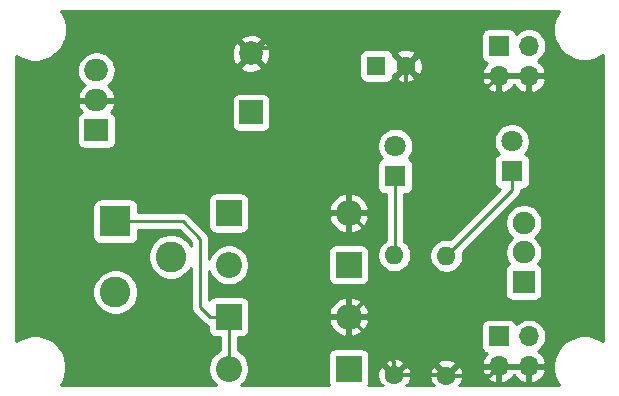
<source format=gbr>
%TF.GenerationSoftware,KiCad,Pcbnew,(5.1.6)-1*%
%TF.CreationDate,2021-10-30T11:54:59+03:00*%
%TF.ProjectId,POWER_SUPPLY,504f5745-525f-4535-9550-504c592e6b69,rev?*%
%TF.SameCoordinates,Original*%
%TF.FileFunction,Copper,L2,Bot*%
%TF.FilePolarity,Positive*%
%FSLAX46Y46*%
G04 Gerber Fmt 4.6, Leading zero omitted, Abs format (unit mm)*
G04 Created by KiCad (PCBNEW (5.1.6)-1) date 2021-10-30 11:54:59*
%MOMM*%
%LPD*%
G01*
G04 APERTURE LIST*
%TA.AperFunction,ComponentPad*%
%ADD10O,2.000000X1.905000*%
%TD*%
%TA.AperFunction,ComponentPad*%
%ADD11R,2.000000X1.905000*%
%TD*%
%TA.AperFunction,ComponentPad*%
%ADD12C,1.900000*%
%TD*%
%TA.AperFunction,ComponentPad*%
%ADD13R,1.900000X1.900000*%
%TD*%
%TA.AperFunction,ComponentPad*%
%ADD14O,1.600000X1.600000*%
%TD*%
%TA.AperFunction,ComponentPad*%
%ADD15C,1.600000*%
%TD*%
%TA.AperFunction,ComponentPad*%
%ADD16O,1.700000X1.700000*%
%TD*%
%TA.AperFunction,ComponentPad*%
%ADD17R,1.700000X1.700000*%
%TD*%
%TA.AperFunction,ComponentPad*%
%ADD18C,2.600000*%
%TD*%
%TA.AperFunction,ComponentPad*%
%ADD19R,2.600000X2.600000*%
%TD*%
%TA.AperFunction,ComponentPad*%
%ADD20C,1.800000*%
%TD*%
%TA.AperFunction,ComponentPad*%
%ADD21R,1.800000X1.800000*%
%TD*%
%TA.AperFunction,ComponentPad*%
%ADD22O,2.200000X2.200000*%
%TD*%
%TA.AperFunction,ComponentPad*%
%ADD23R,2.200000X2.200000*%
%TD*%
%TA.AperFunction,ComponentPad*%
%ADD24R,1.600000X1.600000*%
%TD*%
%TA.AperFunction,ComponentPad*%
%ADD25C,2.000000*%
%TD*%
%TA.AperFunction,ComponentPad*%
%ADD26R,2.000000X2.000000*%
%TD*%
%TA.AperFunction,Conductor*%
%ADD27C,0.300000*%
%TD*%
%TA.AperFunction,Conductor*%
%ADD28C,0.250000*%
%TD*%
%TA.AperFunction,Conductor*%
%ADD29C,0.254000*%
%TD*%
G04 APERTURE END LIST*
D10*
%TO.P,U1,3*%
%TO.N,/Vout_1*%
X63449200Y-91681300D03*
%TO.P,U1,2*%
%TO.N,GND*%
X63449200Y-94221300D03*
D11*
%TO.P,U1,1*%
%TO.N,/Vin*%
X63449200Y-96761300D03*
%TD*%
D12*
%TO.P,SW1,3*%
%TO.N,Net-(SW1-Pad3)*%
X99621100Y-104611100D03*
%TO.P,SW1,2*%
%TO.N,/Vout_1*%
X99621100Y-107111100D03*
D13*
%TO.P,SW1,1*%
%TO.N,/Vout_2*%
X99621100Y-109611100D03*
%TD*%
D14*
%TO.P,R2,2*%
%TO.N,Net-(D5-Pad1)*%
X93078300Y-107378500D03*
D15*
%TO.P,R2,1*%
%TO.N,GND*%
X93078300Y-117538500D03*
%TD*%
D14*
%TO.P,R1,2*%
%TO.N,Net-(D6-Pad1)*%
X88671400Y-107353100D03*
D15*
%TO.P,R1,1*%
%TO.N,GND*%
X88671400Y-117513100D03*
%TD*%
D16*
%TO.P,J3,4*%
%TO.N,GND*%
X100061100Y-116751100D03*
%TO.P,J3,3*%
X97521100Y-116751100D03*
%TO.P,J3,2*%
%TO.N,/Vout_2*%
X100061100Y-114211100D03*
D17*
%TO.P,J3,1*%
X97521100Y-114211100D03*
%TD*%
D16*
%TO.P,J2,4*%
%TO.N,GND*%
X100061100Y-92151200D03*
%TO.P,J2,3*%
X97521100Y-92151200D03*
%TO.P,J2,2*%
%TO.N,/Vout_2*%
X100061100Y-89611200D03*
D17*
%TO.P,J2,1*%
X97521100Y-89611200D03*
%TD*%
D18*
%TO.P,J1,3*%
%TO.N,Net-(J1-Pad3)*%
X69749200Y-107470200D03*
%TO.P,J1,2*%
%TO.N,Net-(D3-Pad2)*%
X65049200Y-110470200D03*
D19*
%TO.P,J1,1*%
%TO.N,Net-(D1-Pad2)*%
X65049200Y-104470200D03*
%TD*%
D20*
%TO.P,D6,2*%
%TO.N,/Vout_1*%
X88747600Y-98092100D03*
D21*
%TO.P,D6,1*%
%TO.N,Net-(D6-Pad1)*%
X88747600Y-100632100D03*
%TD*%
D20*
%TO.P,D5,2*%
%TO.N,/Vout_2*%
X98621100Y-97711100D03*
D21*
%TO.P,D5,1*%
%TO.N,Net-(D5-Pad1)*%
X98621100Y-100251100D03*
%TD*%
D22*
%TO.P,D4,2*%
%TO.N,GND*%
X84797900Y-103771700D03*
D23*
%TO.P,D4,1*%
%TO.N,Net-(D3-Pad2)*%
X74637900Y-103771700D03*
%TD*%
D22*
%TO.P,D3,2*%
%TO.N,Net-(D3-Pad2)*%
X74637900Y-108160933D03*
D23*
%TO.P,D3,1*%
%TO.N,/Vin*%
X84797900Y-108160933D03*
%TD*%
D22*
%TO.P,D2,2*%
%TO.N,GND*%
X84797900Y-112550166D03*
D23*
%TO.P,D2,1*%
%TO.N,Net-(D1-Pad2)*%
X74637900Y-112550166D03*
%TD*%
D22*
%TO.P,D1,2*%
%TO.N,Net-(D1-Pad2)*%
X74637900Y-116939400D03*
D23*
%TO.P,D1,1*%
%TO.N,/Vin*%
X84797900Y-116939400D03*
%TD*%
D15*
%TO.P,C2,2*%
%TO.N,GND*%
X89647400Y-91313000D03*
D24*
%TO.P,C2,1*%
%TO.N,/Vout_1*%
X87147400Y-91313000D03*
%TD*%
D25*
%TO.P,C1,2*%
%TO.N,GND*%
X76530200Y-90262700D03*
D26*
%TO.P,C1,1*%
%TO.N,/Vin*%
X76530200Y-95262700D03*
%TD*%
D27*
%TO.N,GND*%
X72571600Y-94221300D02*
X76530200Y-90262700D01*
X63449200Y-94221300D02*
X72571600Y-94221300D01*
X76530200Y-90262700D02*
X77016600Y-89776300D01*
X88110700Y-89776300D02*
X89647400Y-91313000D01*
X77016600Y-89776300D02*
X88110700Y-89776300D01*
X89647400Y-91313000D02*
X91349200Y-93014800D01*
X96657500Y-93014800D02*
X97521100Y-92151200D01*
X91349200Y-93014800D02*
X96657500Y-93014800D01*
X97521100Y-92151200D02*
X100061100Y-92151200D01*
X89647400Y-91313000D02*
X89647400Y-92750000D01*
X84797900Y-97599500D02*
X84797900Y-103771700D01*
X89647400Y-92750000D02*
X84797900Y-97599500D01*
X84797900Y-103771700D02*
X86855300Y-105829100D01*
X86855300Y-110492766D02*
X84797900Y-112550166D01*
X86855300Y-105829100D02*
X86855300Y-110492766D01*
X88671400Y-116423666D02*
X88671400Y-117513100D01*
X84797900Y-112550166D02*
X88671400Y-116423666D01*
X93052900Y-117513100D02*
X93078300Y-117538500D01*
X88671400Y-117513100D02*
X93052900Y-117513100D01*
X96733700Y-117538500D02*
X97521100Y-116751100D01*
X93078300Y-117538500D02*
X96733700Y-117538500D01*
X97521100Y-116751100D02*
X100061100Y-116751100D01*
D28*
%TO.N,Net-(D1-Pad2)*%
X65049200Y-104470200D02*
X70739000Y-104470200D01*
X70739000Y-104470200D02*
X72212200Y-105943400D01*
X72212200Y-105943400D02*
X72212200Y-111734600D01*
X73027766Y-112550166D02*
X74637900Y-112550166D01*
X72212200Y-111734600D02*
X73027766Y-112550166D01*
X74637900Y-112550166D02*
X74637900Y-116939400D01*
%TO.N,Net-(D5-Pad1)*%
X98621100Y-101835700D02*
X93078300Y-107378500D01*
X98621100Y-100251100D02*
X98621100Y-101835700D01*
%TO.N,Net-(D6-Pad1)*%
X88747600Y-107276900D02*
X88671400Y-107353100D01*
X88747600Y-100632100D02*
X88747600Y-107276900D01*
%TD*%
D29*
%TO.N,GND*%
G36*
X102406451Y-86966657D02*
G01*
X102205400Y-87452037D01*
X102102905Y-87967314D01*
X102102905Y-88492686D01*
X102205400Y-89007963D01*
X102406451Y-89493343D01*
X102698332Y-89930174D01*
X103069826Y-90301668D01*
X103506657Y-90593549D01*
X103992037Y-90794600D01*
X104507314Y-90897095D01*
X105032686Y-90897095D01*
X105547963Y-90794600D01*
X106033343Y-90593549D01*
X106337839Y-90390091D01*
X106339809Y-114641225D01*
X106033343Y-114436451D01*
X105547963Y-114235400D01*
X105032686Y-114132905D01*
X104507314Y-114132905D01*
X103992037Y-114235400D01*
X103506657Y-114436451D01*
X103069826Y-114728332D01*
X102698332Y-115099826D01*
X102406451Y-115536657D01*
X102205400Y-116022037D01*
X102102905Y-116537314D01*
X102102905Y-117062686D01*
X102205400Y-117577963D01*
X102406451Y-118063343D01*
X102590697Y-118339086D01*
X94113049Y-118339260D01*
X94314971Y-118280014D01*
X94435871Y-118024504D01*
X94504600Y-117750316D01*
X94518517Y-117467988D01*
X94477087Y-117188370D01*
X94448342Y-117107990D01*
X96079624Y-117107990D01*
X96124275Y-117255199D01*
X96249459Y-117518020D01*
X96423512Y-117751369D01*
X96639745Y-117946278D01*
X96889848Y-118095257D01*
X97164209Y-118192581D01*
X97394100Y-118071914D01*
X97394100Y-116878100D01*
X97648100Y-116878100D01*
X97648100Y-118071914D01*
X97877991Y-118192581D01*
X98152352Y-118095257D01*
X98402455Y-117946278D01*
X98618688Y-117751369D01*
X98791100Y-117520220D01*
X98963512Y-117751369D01*
X99179745Y-117946278D01*
X99429848Y-118095257D01*
X99704209Y-118192581D01*
X99934100Y-118071914D01*
X99934100Y-116878100D01*
X100188100Y-116878100D01*
X100188100Y-118071914D01*
X100417991Y-118192581D01*
X100692352Y-118095257D01*
X100942455Y-117946278D01*
X101158688Y-117751369D01*
X101332741Y-117518020D01*
X101457925Y-117255199D01*
X101502576Y-117107990D01*
X101381255Y-116878100D01*
X100188100Y-116878100D01*
X99934100Y-116878100D01*
X97648100Y-116878100D01*
X97394100Y-116878100D01*
X96200945Y-116878100D01*
X96079624Y-117107990D01*
X94448342Y-117107990D01*
X94381903Y-116922208D01*
X94314971Y-116796986D01*
X94071002Y-116725403D01*
X93257905Y-117538500D01*
X93272048Y-117552643D01*
X93092443Y-117732248D01*
X93078300Y-117718105D01*
X93064158Y-117732248D01*
X92884553Y-117552643D01*
X92898695Y-117538500D01*
X92085598Y-116725403D01*
X91841629Y-116796986D01*
X91720729Y-117052496D01*
X91652000Y-117326684D01*
X91638083Y-117609012D01*
X91679513Y-117888630D01*
X91774697Y-118154792D01*
X91841629Y-118280014D01*
X92043696Y-118339303D01*
X89677258Y-118339351D01*
X89664104Y-118326197D01*
X89908071Y-118254614D01*
X90028971Y-117999104D01*
X90097700Y-117724916D01*
X90111617Y-117442588D01*
X90070187Y-117162970D01*
X89975003Y-116896808D01*
X89908071Y-116771586D01*
X89664102Y-116700003D01*
X88851005Y-117513100D01*
X88865148Y-117527243D01*
X88685543Y-117706848D01*
X88671400Y-117692705D01*
X88657258Y-117706848D01*
X88477653Y-117527243D01*
X88491795Y-117513100D01*
X87678698Y-116700003D01*
X87434729Y-116771586D01*
X87313829Y-117027096D01*
X87245100Y-117301284D01*
X87231183Y-117583612D01*
X87272613Y-117863230D01*
X87367797Y-118129392D01*
X87434729Y-118254614D01*
X87678696Y-118326197D01*
X87665501Y-118339392D01*
X86457556Y-118339417D01*
X86487402Y-118283580D01*
X86523712Y-118163882D01*
X86535972Y-118039400D01*
X86535972Y-116520398D01*
X87858303Y-116520398D01*
X88671400Y-117333495D01*
X89459097Y-116545798D01*
X92265203Y-116545798D01*
X93078300Y-117358895D01*
X93891397Y-116545798D01*
X93819814Y-116301829D01*
X93564304Y-116180929D01*
X93290116Y-116112200D01*
X93007788Y-116098283D01*
X92728170Y-116139713D01*
X92462008Y-116234897D01*
X92336786Y-116301829D01*
X92265203Y-116545798D01*
X89459097Y-116545798D01*
X89484497Y-116520398D01*
X89412914Y-116276429D01*
X89157404Y-116155529D01*
X88883216Y-116086800D01*
X88600888Y-116072883D01*
X88321270Y-116114313D01*
X88055108Y-116209497D01*
X87929886Y-116276429D01*
X87858303Y-116520398D01*
X86535972Y-116520398D01*
X86535972Y-115839400D01*
X86523712Y-115714918D01*
X86487402Y-115595220D01*
X86428437Y-115484906D01*
X86349085Y-115388215D01*
X86252394Y-115308863D01*
X86142080Y-115249898D01*
X86022382Y-115213588D01*
X85897900Y-115201328D01*
X83697900Y-115201328D01*
X83573418Y-115213588D01*
X83453720Y-115249898D01*
X83343406Y-115308863D01*
X83246715Y-115388215D01*
X83167363Y-115484906D01*
X83108398Y-115595220D01*
X83072088Y-115714918D01*
X83059828Y-115839400D01*
X83059828Y-118039400D01*
X83072088Y-118163882D01*
X83108398Y-118283580D01*
X83138280Y-118339485D01*
X75665213Y-118339638D01*
X75743898Y-118287063D01*
X75985563Y-118045398D01*
X76175437Y-117761231D01*
X76306225Y-117445481D01*
X76372900Y-117110283D01*
X76372900Y-116768517D01*
X76306225Y-116433319D01*
X76175437Y-116117569D01*
X75985563Y-115833402D01*
X75743898Y-115591737D01*
X75459731Y-115401863D01*
X75397900Y-115376252D01*
X75397900Y-114288238D01*
X75737900Y-114288238D01*
X75862382Y-114275978D01*
X75982080Y-114239668D01*
X76092394Y-114180703D01*
X76189085Y-114101351D01*
X76268437Y-114004660D01*
X76327402Y-113894346D01*
X76363712Y-113774648D01*
X76375972Y-113650166D01*
X76375972Y-112946288D01*
X83108725Y-112946288D01*
X83173325Y-113159260D01*
X83323369Y-113464495D01*
X83530078Y-113734593D01*
X83785509Y-113959174D01*
X84079846Y-114129608D01*
X84401777Y-114239345D01*
X84670900Y-114121766D01*
X84670900Y-112677166D01*
X84924900Y-112677166D01*
X84924900Y-114121766D01*
X85194023Y-114239345D01*
X85515954Y-114129608D01*
X85810291Y-113959174D01*
X86065722Y-113734593D01*
X86272431Y-113464495D01*
X86323256Y-113361100D01*
X96033028Y-113361100D01*
X96033028Y-115061100D01*
X96045288Y-115185582D01*
X96081598Y-115305280D01*
X96140563Y-115415594D01*
X96219915Y-115512285D01*
X96316606Y-115591637D01*
X96426920Y-115650602D01*
X96507566Y-115675066D01*
X96423512Y-115750831D01*
X96249459Y-115984180D01*
X96124275Y-116247001D01*
X96079624Y-116394210D01*
X96200945Y-116624100D01*
X97394100Y-116624100D01*
X97394100Y-116604100D01*
X97648100Y-116604100D01*
X97648100Y-116624100D01*
X99934100Y-116624100D01*
X99934100Y-116604100D01*
X100188100Y-116604100D01*
X100188100Y-116624100D01*
X101381255Y-116624100D01*
X101502576Y-116394210D01*
X101457925Y-116247001D01*
X101332741Y-115984180D01*
X101158688Y-115750831D01*
X100942455Y-115555922D01*
X100825566Y-115486295D01*
X101007732Y-115364575D01*
X101214575Y-115157732D01*
X101377090Y-114914511D01*
X101489032Y-114644258D01*
X101546100Y-114357360D01*
X101546100Y-114064840D01*
X101489032Y-113777942D01*
X101377090Y-113507689D01*
X101214575Y-113264468D01*
X101007732Y-113057625D01*
X100764511Y-112895110D01*
X100494258Y-112783168D01*
X100207360Y-112726100D01*
X99914840Y-112726100D01*
X99627942Y-112783168D01*
X99357689Y-112895110D01*
X99114468Y-113057625D01*
X98982613Y-113189480D01*
X98960602Y-113116920D01*
X98901637Y-113006606D01*
X98822285Y-112909915D01*
X98725594Y-112830563D01*
X98615280Y-112771598D01*
X98495582Y-112735288D01*
X98371100Y-112723028D01*
X96671100Y-112723028D01*
X96546618Y-112735288D01*
X96426920Y-112771598D01*
X96316606Y-112830563D01*
X96219915Y-112909915D01*
X96140563Y-113006606D01*
X96081598Y-113116920D01*
X96045288Y-113236618D01*
X96033028Y-113361100D01*
X86323256Y-113361100D01*
X86422475Y-113159260D01*
X86487075Y-112946288D01*
X86369025Y-112677166D01*
X84924900Y-112677166D01*
X84670900Y-112677166D01*
X83226775Y-112677166D01*
X83108725Y-112946288D01*
X76375972Y-112946288D01*
X76375972Y-112154044D01*
X83108725Y-112154044D01*
X83226775Y-112423166D01*
X84670900Y-112423166D01*
X84670900Y-110978566D01*
X84924900Y-110978566D01*
X84924900Y-112423166D01*
X86369025Y-112423166D01*
X86487075Y-112154044D01*
X86422475Y-111941072D01*
X86272431Y-111635837D01*
X86065722Y-111365739D01*
X85810291Y-111141158D01*
X85515954Y-110970724D01*
X85194023Y-110860987D01*
X84924900Y-110978566D01*
X84670900Y-110978566D01*
X84401777Y-110860987D01*
X84079846Y-110970724D01*
X83785509Y-111141158D01*
X83530078Y-111365739D01*
X83323369Y-111635837D01*
X83173325Y-111941072D01*
X83108725Y-112154044D01*
X76375972Y-112154044D01*
X76375972Y-111450166D01*
X76363712Y-111325684D01*
X76327402Y-111205986D01*
X76268437Y-111095672D01*
X76189085Y-110998981D01*
X76092394Y-110919629D01*
X75982080Y-110860664D01*
X75862382Y-110824354D01*
X75737900Y-110812094D01*
X73537900Y-110812094D01*
X73413418Y-110824354D01*
X73293720Y-110860664D01*
X73183406Y-110919629D01*
X73086715Y-110998981D01*
X73007363Y-111095672D01*
X72972200Y-111161456D01*
X72972200Y-108673351D01*
X73100363Y-108982764D01*
X73290237Y-109266931D01*
X73531902Y-109508596D01*
X73816069Y-109698470D01*
X74131819Y-109829258D01*
X74467017Y-109895933D01*
X74808783Y-109895933D01*
X75143981Y-109829258D01*
X75459731Y-109698470D01*
X75743898Y-109508596D01*
X75985563Y-109266931D01*
X76175437Y-108982764D01*
X76306225Y-108667014D01*
X76372900Y-108331816D01*
X76372900Y-107990050D01*
X76306225Y-107654852D01*
X76175437Y-107339102D01*
X75989571Y-107060933D01*
X83059828Y-107060933D01*
X83059828Y-109260933D01*
X83072088Y-109385415D01*
X83108398Y-109505113D01*
X83167363Y-109615427D01*
X83246715Y-109712118D01*
X83343406Y-109791470D01*
X83453720Y-109850435D01*
X83573418Y-109886745D01*
X83697900Y-109899005D01*
X85897900Y-109899005D01*
X86022382Y-109886745D01*
X86142080Y-109850435D01*
X86252394Y-109791470D01*
X86349085Y-109712118D01*
X86428437Y-109615427D01*
X86487402Y-109505113D01*
X86523712Y-109385415D01*
X86535972Y-109260933D01*
X86535972Y-107060933D01*
X86523712Y-106936451D01*
X86487402Y-106816753D01*
X86428437Y-106706439D01*
X86349085Y-106609748D01*
X86252394Y-106530396D01*
X86142080Y-106471431D01*
X86022382Y-106435121D01*
X85897900Y-106422861D01*
X83697900Y-106422861D01*
X83573418Y-106435121D01*
X83453720Y-106471431D01*
X83343406Y-106530396D01*
X83246715Y-106609748D01*
X83167363Y-106706439D01*
X83108398Y-106816753D01*
X83072088Y-106936451D01*
X83059828Y-107060933D01*
X75989571Y-107060933D01*
X75985563Y-107054935D01*
X75743898Y-106813270D01*
X75459731Y-106623396D01*
X75143981Y-106492608D01*
X74808783Y-106425933D01*
X74467017Y-106425933D01*
X74131819Y-106492608D01*
X73816069Y-106623396D01*
X73531902Y-106813270D01*
X73290237Y-107054935D01*
X73100363Y-107339102D01*
X72972200Y-107648515D01*
X72972200Y-105980722D01*
X72975876Y-105943399D01*
X72972200Y-105906076D01*
X72972200Y-105906067D01*
X72961203Y-105794414D01*
X72917746Y-105651153D01*
X72847174Y-105519124D01*
X72834011Y-105503085D01*
X72775999Y-105432396D01*
X72775995Y-105432392D01*
X72752201Y-105403399D01*
X72723209Y-105379606D01*
X71302803Y-103959202D01*
X71279001Y-103930199D01*
X71163276Y-103835226D01*
X71031247Y-103764654D01*
X70887986Y-103721197D01*
X70776333Y-103710200D01*
X70776322Y-103710200D01*
X70739000Y-103706524D01*
X70701678Y-103710200D01*
X66987272Y-103710200D01*
X66987272Y-103170200D01*
X66975012Y-103045718D01*
X66938702Y-102926020D01*
X66879737Y-102815706D01*
X66800385Y-102719015D01*
X66742732Y-102671700D01*
X72899828Y-102671700D01*
X72899828Y-104871700D01*
X72912088Y-104996182D01*
X72948398Y-105115880D01*
X73007363Y-105226194D01*
X73086715Y-105322885D01*
X73183406Y-105402237D01*
X73293720Y-105461202D01*
X73413418Y-105497512D01*
X73537900Y-105509772D01*
X75737900Y-105509772D01*
X75862382Y-105497512D01*
X75982080Y-105461202D01*
X76092394Y-105402237D01*
X76189085Y-105322885D01*
X76268437Y-105226194D01*
X76327402Y-105115880D01*
X76363712Y-104996182D01*
X76375972Y-104871700D01*
X76375972Y-104167822D01*
X83108725Y-104167822D01*
X83173325Y-104380794D01*
X83323369Y-104686029D01*
X83530078Y-104956127D01*
X83785509Y-105180708D01*
X84079846Y-105351142D01*
X84401777Y-105460879D01*
X84670900Y-105343300D01*
X84670900Y-103898700D01*
X84924900Y-103898700D01*
X84924900Y-105343300D01*
X85194023Y-105460879D01*
X85515954Y-105351142D01*
X85810291Y-105180708D01*
X86065722Y-104956127D01*
X86272431Y-104686029D01*
X86422475Y-104380794D01*
X86487075Y-104167822D01*
X86369025Y-103898700D01*
X84924900Y-103898700D01*
X84670900Y-103898700D01*
X83226775Y-103898700D01*
X83108725Y-104167822D01*
X76375972Y-104167822D01*
X76375972Y-103375578D01*
X83108725Y-103375578D01*
X83226775Y-103644700D01*
X84670900Y-103644700D01*
X84670900Y-102200100D01*
X84924900Y-102200100D01*
X84924900Y-103644700D01*
X86369025Y-103644700D01*
X86487075Y-103375578D01*
X86422475Y-103162606D01*
X86272431Y-102857371D01*
X86065722Y-102587273D01*
X85810291Y-102362692D01*
X85515954Y-102192258D01*
X85194023Y-102082521D01*
X84924900Y-102200100D01*
X84670900Y-102200100D01*
X84401777Y-102082521D01*
X84079846Y-102192258D01*
X83785509Y-102362692D01*
X83530078Y-102587273D01*
X83323369Y-102857371D01*
X83173325Y-103162606D01*
X83108725Y-103375578D01*
X76375972Y-103375578D01*
X76375972Y-102671700D01*
X76363712Y-102547218D01*
X76327402Y-102427520D01*
X76268437Y-102317206D01*
X76189085Y-102220515D01*
X76092394Y-102141163D01*
X75982080Y-102082198D01*
X75862382Y-102045888D01*
X75737900Y-102033628D01*
X73537900Y-102033628D01*
X73413418Y-102045888D01*
X73293720Y-102082198D01*
X73183406Y-102141163D01*
X73086715Y-102220515D01*
X73007363Y-102317206D01*
X72948398Y-102427520D01*
X72912088Y-102547218D01*
X72899828Y-102671700D01*
X66742732Y-102671700D01*
X66703694Y-102639663D01*
X66593380Y-102580698D01*
X66473682Y-102544388D01*
X66349200Y-102532128D01*
X63749200Y-102532128D01*
X63624718Y-102544388D01*
X63505020Y-102580698D01*
X63394706Y-102639663D01*
X63298015Y-102719015D01*
X63218663Y-102815706D01*
X63159698Y-102926020D01*
X63123388Y-103045718D01*
X63111128Y-103170200D01*
X63111128Y-105770200D01*
X63123388Y-105894682D01*
X63159698Y-106014380D01*
X63218663Y-106124694D01*
X63298015Y-106221385D01*
X63394706Y-106300737D01*
X63505020Y-106359702D01*
X63624718Y-106396012D01*
X63749200Y-106408272D01*
X66349200Y-106408272D01*
X66473682Y-106396012D01*
X66593380Y-106359702D01*
X66703694Y-106300737D01*
X66800385Y-106221385D01*
X66879737Y-106124694D01*
X66938702Y-106014380D01*
X66975012Y-105894682D01*
X66987272Y-105770200D01*
X66987272Y-105230200D01*
X70424199Y-105230200D01*
X71452200Y-106258203D01*
X71452200Y-106536012D01*
X71252213Y-106236709D01*
X70982691Y-105967187D01*
X70665766Y-105755425D01*
X70313619Y-105609561D01*
X69939781Y-105535200D01*
X69558619Y-105535200D01*
X69184781Y-105609561D01*
X68832634Y-105755425D01*
X68515709Y-105967187D01*
X68246187Y-106236709D01*
X68034425Y-106553634D01*
X67888561Y-106905781D01*
X67814200Y-107279619D01*
X67814200Y-107660781D01*
X67888561Y-108034619D01*
X68034425Y-108386766D01*
X68246187Y-108703691D01*
X68515709Y-108973213D01*
X68832634Y-109184975D01*
X69184781Y-109330839D01*
X69558619Y-109405200D01*
X69939781Y-109405200D01*
X70313619Y-109330839D01*
X70665766Y-109184975D01*
X70982691Y-108973213D01*
X71252213Y-108703691D01*
X71452200Y-108404388D01*
X71452201Y-111697268D01*
X71448524Y-111734600D01*
X71463198Y-111883585D01*
X71506654Y-112026846D01*
X71577226Y-112158876D01*
X71648401Y-112245602D01*
X71672200Y-112274601D01*
X71701197Y-112298399D01*
X72463971Y-113061174D01*
X72487765Y-113090167D01*
X72516758Y-113113961D01*
X72516762Y-113113965D01*
X72571955Y-113159260D01*
X72603490Y-113185140D01*
X72735519Y-113255712D01*
X72878780Y-113299169D01*
X72899828Y-113301242D01*
X72899828Y-113650166D01*
X72912088Y-113774648D01*
X72948398Y-113894346D01*
X73007363Y-114004660D01*
X73086715Y-114101351D01*
X73183406Y-114180703D01*
X73293720Y-114239668D01*
X73413418Y-114275978D01*
X73537900Y-114288238D01*
X73877900Y-114288238D01*
X73877901Y-115376251D01*
X73816069Y-115401863D01*
X73531902Y-115591737D01*
X73290237Y-115833402D01*
X73100363Y-116117569D01*
X72969575Y-116433319D01*
X72902900Y-116768517D01*
X72902900Y-117110283D01*
X72969575Y-117445481D01*
X73100363Y-117761231D01*
X73290237Y-118045398D01*
X73531902Y-118287063D01*
X73610650Y-118339680D01*
X60418726Y-118339951D01*
X60603549Y-118063343D01*
X60804600Y-117577963D01*
X60907095Y-117062686D01*
X60907095Y-116537314D01*
X60804600Y-116022037D01*
X60603549Y-115536657D01*
X60311668Y-115099826D01*
X59940174Y-114728332D01*
X59503343Y-114436451D01*
X59017963Y-114235400D01*
X58502686Y-114132905D01*
X57977314Y-114132905D01*
X57462037Y-114235400D01*
X56976657Y-114436451D01*
X56660000Y-114648034D01*
X56660000Y-110279619D01*
X63114200Y-110279619D01*
X63114200Y-110660781D01*
X63188561Y-111034619D01*
X63334425Y-111386766D01*
X63546187Y-111703691D01*
X63815709Y-111973213D01*
X64132634Y-112184975D01*
X64484781Y-112330839D01*
X64858619Y-112405200D01*
X65239781Y-112405200D01*
X65613619Y-112330839D01*
X65965766Y-112184975D01*
X66282691Y-111973213D01*
X66552213Y-111703691D01*
X66763975Y-111386766D01*
X66909839Y-111034619D01*
X66984200Y-110660781D01*
X66984200Y-110279619D01*
X66909839Y-109905781D01*
X66763975Y-109553634D01*
X66552213Y-109236709D01*
X66282691Y-108967187D01*
X65965766Y-108755425D01*
X65613619Y-108609561D01*
X65239781Y-108535200D01*
X64858619Y-108535200D01*
X64484781Y-108609561D01*
X64132634Y-108755425D01*
X63815709Y-108967187D01*
X63546187Y-109236709D01*
X63334425Y-109553634D01*
X63188561Y-109905781D01*
X63114200Y-110279619D01*
X56660000Y-110279619D01*
X56660000Y-99732100D01*
X87209528Y-99732100D01*
X87209528Y-101532100D01*
X87221788Y-101656582D01*
X87258098Y-101776280D01*
X87317063Y-101886594D01*
X87396415Y-101983285D01*
X87493106Y-102062637D01*
X87603420Y-102121602D01*
X87723118Y-102157912D01*
X87847600Y-102170172D01*
X87987600Y-102170172D01*
X87987601Y-106084141D01*
X87756641Y-106238463D01*
X87556763Y-106438341D01*
X87399720Y-106673373D01*
X87291547Y-106934526D01*
X87236400Y-107211765D01*
X87236400Y-107494435D01*
X87291547Y-107771674D01*
X87399720Y-108032827D01*
X87556763Y-108267859D01*
X87756641Y-108467737D01*
X87991673Y-108624780D01*
X88252826Y-108732953D01*
X88530065Y-108788100D01*
X88812735Y-108788100D01*
X89089974Y-108732953D01*
X89351127Y-108624780D01*
X89586159Y-108467737D01*
X89786037Y-108267859D01*
X89943080Y-108032827D01*
X90051253Y-107771674D01*
X90106400Y-107494435D01*
X90106400Y-107237165D01*
X91643300Y-107237165D01*
X91643300Y-107519835D01*
X91698447Y-107797074D01*
X91806620Y-108058227D01*
X91963663Y-108293259D01*
X92163541Y-108493137D01*
X92398573Y-108650180D01*
X92659726Y-108758353D01*
X92936965Y-108813500D01*
X93219635Y-108813500D01*
X93496874Y-108758353D01*
X93731663Y-108661100D01*
X98033028Y-108661100D01*
X98033028Y-110561100D01*
X98045288Y-110685582D01*
X98081598Y-110805280D01*
X98140563Y-110915594D01*
X98219915Y-111012285D01*
X98316606Y-111091637D01*
X98426920Y-111150602D01*
X98546618Y-111186912D01*
X98671100Y-111199172D01*
X100571100Y-111199172D01*
X100695582Y-111186912D01*
X100815280Y-111150602D01*
X100925594Y-111091637D01*
X101022285Y-111012285D01*
X101101637Y-110915594D01*
X101160602Y-110805280D01*
X101196912Y-110685582D01*
X101209172Y-110561100D01*
X101209172Y-108661100D01*
X101196912Y-108536618D01*
X101160602Y-108416920D01*
X101101637Y-108306606D01*
X101022285Y-108209915D01*
X100925594Y-108130563D01*
X100867079Y-108099286D01*
X101025709Y-107861879D01*
X101145189Y-107573427D01*
X101206100Y-107267209D01*
X101206100Y-106954991D01*
X101145189Y-106648773D01*
X101025709Y-106360321D01*
X100852250Y-106100721D01*
X100631479Y-105879950D01*
X100603268Y-105861100D01*
X100631479Y-105842250D01*
X100852250Y-105621479D01*
X101025709Y-105361879D01*
X101145189Y-105073427D01*
X101206100Y-104767209D01*
X101206100Y-104454991D01*
X101145189Y-104148773D01*
X101025709Y-103860321D01*
X100852250Y-103600721D01*
X100631479Y-103379950D01*
X100371879Y-103206491D01*
X100083427Y-103087011D01*
X99777209Y-103026100D01*
X99464991Y-103026100D01*
X99158773Y-103087011D01*
X98870321Y-103206491D01*
X98610721Y-103379950D01*
X98389950Y-103600721D01*
X98216491Y-103860321D01*
X98097011Y-104148773D01*
X98036100Y-104454991D01*
X98036100Y-104767209D01*
X98097011Y-105073427D01*
X98216491Y-105361879D01*
X98389950Y-105621479D01*
X98610721Y-105842250D01*
X98638932Y-105861100D01*
X98610721Y-105879950D01*
X98389950Y-106100721D01*
X98216491Y-106360321D01*
X98097011Y-106648773D01*
X98036100Y-106954991D01*
X98036100Y-107267209D01*
X98097011Y-107573427D01*
X98216491Y-107861879D01*
X98375121Y-108099286D01*
X98316606Y-108130563D01*
X98219915Y-108209915D01*
X98140563Y-108306606D01*
X98081598Y-108416920D01*
X98045288Y-108536618D01*
X98033028Y-108661100D01*
X93731663Y-108661100D01*
X93758027Y-108650180D01*
X93993059Y-108493137D01*
X94192937Y-108293259D01*
X94349980Y-108058227D01*
X94458153Y-107797074D01*
X94513300Y-107519835D01*
X94513300Y-107237165D01*
X94476988Y-107054613D01*
X99132103Y-102399499D01*
X99161101Y-102375701D01*
X99209107Y-102317206D01*
X99256074Y-102259977D01*
X99326646Y-102127947D01*
X99328571Y-102121602D01*
X99370103Y-101984686D01*
X99381100Y-101873033D01*
X99381100Y-101873023D01*
X99384776Y-101835700D01*
X99381100Y-101798377D01*
X99381100Y-101789172D01*
X99521100Y-101789172D01*
X99645582Y-101776912D01*
X99765280Y-101740602D01*
X99875594Y-101681637D01*
X99972285Y-101602285D01*
X100051637Y-101505594D01*
X100110602Y-101395280D01*
X100146912Y-101275582D01*
X100159172Y-101151100D01*
X100159172Y-99351100D01*
X100146912Y-99226618D01*
X100110602Y-99106920D01*
X100051637Y-98996606D01*
X99972285Y-98899915D01*
X99875594Y-98820563D01*
X99765280Y-98761598D01*
X99746973Y-98756044D01*
X99813412Y-98689605D01*
X99981399Y-98438195D01*
X100097111Y-98158843D01*
X100156100Y-97862284D01*
X100156100Y-97559916D01*
X100097111Y-97263357D01*
X99981399Y-96984005D01*
X99813412Y-96732595D01*
X99599605Y-96518788D01*
X99348195Y-96350801D01*
X99068843Y-96235089D01*
X98772284Y-96176100D01*
X98469916Y-96176100D01*
X98173357Y-96235089D01*
X97894005Y-96350801D01*
X97642595Y-96518788D01*
X97428788Y-96732595D01*
X97260801Y-96984005D01*
X97145089Y-97263357D01*
X97086100Y-97559916D01*
X97086100Y-97862284D01*
X97145089Y-98158843D01*
X97260801Y-98438195D01*
X97428788Y-98689605D01*
X97495227Y-98756044D01*
X97476920Y-98761598D01*
X97366606Y-98820563D01*
X97269915Y-98899915D01*
X97190563Y-98996606D01*
X97131598Y-99106920D01*
X97095288Y-99226618D01*
X97083028Y-99351100D01*
X97083028Y-101151100D01*
X97095288Y-101275582D01*
X97131598Y-101395280D01*
X97190563Y-101505594D01*
X97269915Y-101602285D01*
X97366606Y-101681637D01*
X97476920Y-101740602D01*
X97596618Y-101776912D01*
X97604327Y-101777671D01*
X93402187Y-105979812D01*
X93219635Y-105943500D01*
X92936965Y-105943500D01*
X92659726Y-105998647D01*
X92398573Y-106106820D01*
X92163541Y-106263863D01*
X91963663Y-106463741D01*
X91806620Y-106698773D01*
X91698447Y-106959926D01*
X91643300Y-107237165D01*
X90106400Y-107237165D01*
X90106400Y-107211765D01*
X90051253Y-106934526D01*
X89943080Y-106673373D01*
X89786037Y-106438341D01*
X89586159Y-106238463D01*
X89507600Y-106185972D01*
X89507600Y-102170172D01*
X89647600Y-102170172D01*
X89772082Y-102157912D01*
X89891780Y-102121602D01*
X90002094Y-102062637D01*
X90098785Y-101983285D01*
X90178137Y-101886594D01*
X90237102Y-101776280D01*
X90273412Y-101656582D01*
X90285672Y-101532100D01*
X90285672Y-99732100D01*
X90273412Y-99607618D01*
X90237102Y-99487920D01*
X90178137Y-99377606D01*
X90098785Y-99280915D01*
X90002094Y-99201563D01*
X89891780Y-99142598D01*
X89873473Y-99137044D01*
X89939912Y-99070605D01*
X90107899Y-98819195D01*
X90223611Y-98539843D01*
X90282600Y-98243284D01*
X90282600Y-97940916D01*
X90223611Y-97644357D01*
X90107899Y-97365005D01*
X89939912Y-97113595D01*
X89726105Y-96899788D01*
X89474695Y-96731801D01*
X89195343Y-96616089D01*
X88898784Y-96557100D01*
X88596416Y-96557100D01*
X88299857Y-96616089D01*
X88020505Y-96731801D01*
X87769095Y-96899788D01*
X87555288Y-97113595D01*
X87387301Y-97365005D01*
X87271589Y-97644357D01*
X87212600Y-97940916D01*
X87212600Y-98243284D01*
X87271589Y-98539843D01*
X87387301Y-98819195D01*
X87555288Y-99070605D01*
X87621727Y-99137044D01*
X87603420Y-99142598D01*
X87493106Y-99201563D01*
X87396415Y-99280915D01*
X87317063Y-99377606D01*
X87258098Y-99487920D01*
X87221788Y-99607618D01*
X87209528Y-99732100D01*
X56660000Y-99732100D01*
X56660000Y-95808800D01*
X61811128Y-95808800D01*
X61811128Y-97713800D01*
X61823388Y-97838282D01*
X61859698Y-97957980D01*
X61918663Y-98068294D01*
X61998015Y-98164985D01*
X62094706Y-98244337D01*
X62205020Y-98303302D01*
X62324718Y-98339612D01*
X62449200Y-98351872D01*
X64449200Y-98351872D01*
X64573682Y-98339612D01*
X64693380Y-98303302D01*
X64803694Y-98244337D01*
X64900385Y-98164985D01*
X64979737Y-98068294D01*
X65038702Y-97957980D01*
X65075012Y-97838282D01*
X65087272Y-97713800D01*
X65087272Y-95808800D01*
X65075012Y-95684318D01*
X65038702Y-95564620D01*
X64979737Y-95454306D01*
X64900385Y-95357615D01*
X64803694Y-95278263D01*
X64711981Y-95229241D01*
X64825169Y-95088223D01*
X64968771Y-94812394D01*
X65039763Y-94594280D01*
X64919794Y-94348300D01*
X63576200Y-94348300D01*
X63576200Y-94368300D01*
X63322200Y-94368300D01*
X63322200Y-94348300D01*
X61978606Y-94348300D01*
X61858637Y-94594280D01*
X61929629Y-94812394D01*
X62073231Y-95088223D01*
X62186419Y-95229241D01*
X62094706Y-95278263D01*
X61998015Y-95357615D01*
X61918663Y-95454306D01*
X61859698Y-95564620D01*
X61823388Y-95684318D01*
X61811128Y-95808800D01*
X56660000Y-95808800D01*
X56660000Y-94262700D01*
X74892128Y-94262700D01*
X74892128Y-96262700D01*
X74904388Y-96387182D01*
X74940698Y-96506880D01*
X74999663Y-96617194D01*
X75079015Y-96713885D01*
X75175706Y-96793237D01*
X75286020Y-96852202D01*
X75405718Y-96888512D01*
X75530200Y-96900772D01*
X77530200Y-96900772D01*
X77654682Y-96888512D01*
X77774380Y-96852202D01*
X77884694Y-96793237D01*
X77981385Y-96713885D01*
X78060737Y-96617194D01*
X78119702Y-96506880D01*
X78156012Y-96387182D01*
X78168272Y-96262700D01*
X78168272Y-94262700D01*
X78156012Y-94138218D01*
X78119702Y-94018520D01*
X78060737Y-93908206D01*
X77981385Y-93811515D01*
X77884694Y-93732163D01*
X77774380Y-93673198D01*
X77654682Y-93636888D01*
X77530200Y-93624628D01*
X75530200Y-93624628D01*
X75405718Y-93636888D01*
X75286020Y-93673198D01*
X75175706Y-93732163D01*
X75079015Y-93811515D01*
X74999663Y-93908206D01*
X74940698Y-94018520D01*
X74904388Y-94138218D01*
X74892128Y-94262700D01*
X56660000Y-94262700D01*
X56660000Y-91681300D01*
X61806519Y-91681300D01*
X61837170Y-91992504D01*
X61927945Y-92291749D01*
X62075355Y-92567535D01*
X62273737Y-92809263D01*
X62453099Y-92956463D01*
X62267885Y-93111863D01*
X62073231Y-93354377D01*
X61929629Y-93630206D01*
X61858637Y-93848320D01*
X61978606Y-94094300D01*
X63322200Y-94094300D01*
X63322200Y-94074300D01*
X63576200Y-94074300D01*
X63576200Y-94094300D01*
X64919794Y-94094300D01*
X65039763Y-93848320D01*
X64968771Y-93630206D01*
X64825169Y-93354377D01*
X64630515Y-93111863D01*
X64445301Y-92956463D01*
X64624663Y-92809263D01*
X64823045Y-92567535D01*
X64970455Y-92291749D01*
X65061230Y-91992504D01*
X65091881Y-91681300D01*
X65063990Y-91398113D01*
X75574392Y-91398113D01*
X75670156Y-91662514D01*
X75959771Y-91803404D01*
X76271308Y-91885084D01*
X76592795Y-91904418D01*
X76911875Y-91860661D01*
X77216288Y-91755495D01*
X77390244Y-91662514D01*
X77486008Y-91398113D01*
X76530200Y-90442305D01*
X75574392Y-91398113D01*
X65063990Y-91398113D01*
X65061230Y-91370096D01*
X64970455Y-91070851D01*
X64823045Y-90795065D01*
X64624663Y-90553337D01*
X64382935Y-90354955D01*
X64327445Y-90325295D01*
X74888482Y-90325295D01*
X74932239Y-90644375D01*
X75037405Y-90948788D01*
X75130386Y-91122744D01*
X75394787Y-91218508D01*
X76350595Y-90262700D01*
X76709805Y-90262700D01*
X77665613Y-91218508D01*
X77930014Y-91122744D01*
X78070904Y-90833129D01*
X78152584Y-90521592D01*
X78153100Y-90513000D01*
X85709328Y-90513000D01*
X85709328Y-92113000D01*
X85721588Y-92237482D01*
X85757898Y-92357180D01*
X85816863Y-92467494D01*
X85896215Y-92564185D01*
X85992906Y-92643537D01*
X86103220Y-92702502D01*
X86222918Y-92738812D01*
X86347400Y-92751072D01*
X87947400Y-92751072D01*
X88071882Y-92738812D01*
X88191580Y-92702502D01*
X88301894Y-92643537D01*
X88398585Y-92564185D01*
X88477937Y-92467494D01*
X88536902Y-92357180D01*
X88552517Y-92305702D01*
X88834303Y-92305702D01*
X88905886Y-92549671D01*
X89161396Y-92670571D01*
X89435584Y-92739300D01*
X89717912Y-92753217D01*
X89997530Y-92711787D01*
X90263692Y-92616603D01*
X90388914Y-92549671D01*
X90401114Y-92508090D01*
X96079624Y-92508090D01*
X96124275Y-92655299D01*
X96249459Y-92918120D01*
X96423512Y-93151469D01*
X96639745Y-93346378D01*
X96889848Y-93495357D01*
X97164209Y-93592681D01*
X97394100Y-93472014D01*
X97394100Y-92278200D01*
X97648100Y-92278200D01*
X97648100Y-93472014D01*
X97877991Y-93592681D01*
X98152352Y-93495357D01*
X98402455Y-93346378D01*
X98618688Y-93151469D01*
X98791100Y-92920320D01*
X98963512Y-93151469D01*
X99179745Y-93346378D01*
X99429848Y-93495357D01*
X99704209Y-93592681D01*
X99934100Y-93472014D01*
X99934100Y-92278200D01*
X100188100Y-92278200D01*
X100188100Y-93472014D01*
X100417991Y-93592681D01*
X100692352Y-93495357D01*
X100942455Y-93346378D01*
X101158688Y-93151469D01*
X101332741Y-92918120D01*
X101457925Y-92655299D01*
X101502576Y-92508090D01*
X101381255Y-92278200D01*
X100188100Y-92278200D01*
X99934100Y-92278200D01*
X97648100Y-92278200D01*
X97394100Y-92278200D01*
X96200945Y-92278200D01*
X96079624Y-92508090D01*
X90401114Y-92508090D01*
X90460497Y-92305702D01*
X89647400Y-91492605D01*
X88834303Y-92305702D01*
X88552517Y-92305702D01*
X88573212Y-92237482D01*
X88585472Y-92113000D01*
X88585472Y-92105785D01*
X88654698Y-92126097D01*
X89467795Y-91313000D01*
X89827005Y-91313000D01*
X90640102Y-92126097D01*
X90884071Y-92054514D01*
X91004971Y-91799004D01*
X91073700Y-91524816D01*
X91087617Y-91242488D01*
X91046187Y-90962870D01*
X90951003Y-90696708D01*
X90884071Y-90571486D01*
X90640102Y-90499903D01*
X89827005Y-91313000D01*
X89467795Y-91313000D01*
X88654698Y-90499903D01*
X88585472Y-90520215D01*
X88585472Y-90513000D01*
X88573212Y-90388518D01*
X88552518Y-90320298D01*
X88834303Y-90320298D01*
X89647400Y-91133395D01*
X90460497Y-90320298D01*
X90388914Y-90076329D01*
X90133404Y-89955429D01*
X89859216Y-89886700D01*
X89576888Y-89872783D01*
X89297270Y-89914213D01*
X89031108Y-90009397D01*
X88905886Y-90076329D01*
X88834303Y-90320298D01*
X88552518Y-90320298D01*
X88536902Y-90268820D01*
X88477937Y-90158506D01*
X88398585Y-90061815D01*
X88301894Y-89982463D01*
X88191580Y-89923498D01*
X88071882Y-89887188D01*
X87947400Y-89874928D01*
X86347400Y-89874928D01*
X86222918Y-89887188D01*
X86103220Y-89923498D01*
X85992906Y-89982463D01*
X85896215Y-90061815D01*
X85816863Y-90158506D01*
X85757898Y-90268820D01*
X85721588Y-90388518D01*
X85709328Y-90513000D01*
X78153100Y-90513000D01*
X78171918Y-90200105D01*
X78128161Y-89881025D01*
X78022995Y-89576612D01*
X77930014Y-89402656D01*
X77665613Y-89306892D01*
X76709805Y-90262700D01*
X76350595Y-90262700D01*
X75394787Y-89306892D01*
X75130386Y-89402656D01*
X74989496Y-89692271D01*
X74907816Y-90003808D01*
X74888482Y-90325295D01*
X64327445Y-90325295D01*
X64107149Y-90207545D01*
X63807904Y-90116770D01*
X63574686Y-90093800D01*
X63323714Y-90093800D01*
X63090496Y-90116770D01*
X62791251Y-90207545D01*
X62515465Y-90354955D01*
X62273737Y-90553337D01*
X62075355Y-90795065D01*
X61927945Y-91070851D01*
X61837170Y-91370096D01*
X61806519Y-91681300D01*
X56660000Y-91681300D01*
X56660000Y-90441811D01*
X56953087Y-90637645D01*
X57447523Y-90842447D01*
X57972413Y-90946854D01*
X58507587Y-90946854D01*
X59032477Y-90842447D01*
X59526913Y-90637645D01*
X59971894Y-90340319D01*
X60350319Y-89961894D01*
X60647645Y-89516913D01*
X60809033Y-89127287D01*
X75574392Y-89127287D01*
X76530200Y-90083095D01*
X77486008Y-89127287D01*
X77390244Y-88862886D01*
X77181218Y-88761200D01*
X96033028Y-88761200D01*
X96033028Y-90461200D01*
X96045288Y-90585682D01*
X96081598Y-90705380D01*
X96140563Y-90815694D01*
X96219915Y-90912385D01*
X96316606Y-90991737D01*
X96426920Y-91050702D01*
X96507566Y-91075166D01*
X96423512Y-91150931D01*
X96249459Y-91384280D01*
X96124275Y-91647101D01*
X96079624Y-91794310D01*
X96200945Y-92024200D01*
X97394100Y-92024200D01*
X97394100Y-92004200D01*
X97648100Y-92004200D01*
X97648100Y-92024200D01*
X99934100Y-92024200D01*
X99934100Y-92004200D01*
X100188100Y-92004200D01*
X100188100Y-92024200D01*
X101381255Y-92024200D01*
X101502576Y-91794310D01*
X101457925Y-91647101D01*
X101332741Y-91384280D01*
X101158688Y-91150931D01*
X100942455Y-90956022D01*
X100825566Y-90886395D01*
X101007732Y-90764675D01*
X101214575Y-90557832D01*
X101377090Y-90314611D01*
X101489032Y-90044358D01*
X101546100Y-89757460D01*
X101546100Y-89464940D01*
X101489032Y-89178042D01*
X101377090Y-88907789D01*
X101214575Y-88664568D01*
X101007732Y-88457725D01*
X100764511Y-88295210D01*
X100494258Y-88183268D01*
X100207360Y-88126200D01*
X99914840Y-88126200D01*
X99627942Y-88183268D01*
X99357689Y-88295210D01*
X99114468Y-88457725D01*
X98982613Y-88589580D01*
X98960602Y-88517020D01*
X98901637Y-88406706D01*
X98822285Y-88310015D01*
X98725594Y-88230663D01*
X98615280Y-88171698D01*
X98495582Y-88135388D01*
X98371100Y-88123128D01*
X96671100Y-88123128D01*
X96546618Y-88135388D01*
X96426920Y-88171698D01*
X96316606Y-88230663D01*
X96219915Y-88310015D01*
X96140563Y-88406706D01*
X96081598Y-88517020D01*
X96045288Y-88636718D01*
X96033028Y-88761200D01*
X77181218Y-88761200D01*
X77100629Y-88721996D01*
X76789092Y-88640316D01*
X76467605Y-88620982D01*
X76148525Y-88664739D01*
X75844112Y-88769905D01*
X75670156Y-88862886D01*
X75574392Y-89127287D01*
X60809033Y-89127287D01*
X60852447Y-89022477D01*
X60956854Y-88497587D01*
X60956854Y-87962413D01*
X60852447Y-87437523D01*
X60647645Y-86943087D01*
X60458493Y-86660000D01*
X102611353Y-86660000D01*
X102406451Y-86966657D01*
G37*
X102406451Y-86966657D02*
X102205400Y-87452037D01*
X102102905Y-87967314D01*
X102102905Y-88492686D01*
X102205400Y-89007963D01*
X102406451Y-89493343D01*
X102698332Y-89930174D01*
X103069826Y-90301668D01*
X103506657Y-90593549D01*
X103992037Y-90794600D01*
X104507314Y-90897095D01*
X105032686Y-90897095D01*
X105547963Y-90794600D01*
X106033343Y-90593549D01*
X106337839Y-90390091D01*
X106339809Y-114641225D01*
X106033343Y-114436451D01*
X105547963Y-114235400D01*
X105032686Y-114132905D01*
X104507314Y-114132905D01*
X103992037Y-114235400D01*
X103506657Y-114436451D01*
X103069826Y-114728332D01*
X102698332Y-115099826D01*
X102406451Y-115536657D01*
X102205400Y-116022037D01*
X102102905Y-116537314D01*
X102102905Y-117062686D01*
X102205400Y-117577963D01*
X102406451Y-118063343D01*
X102590697Y-118339086D01*
X94113049Y-118339260D01*
X94314971Y-118280014D01*
X94435871Y-118024504D01*
X94504600Y-117750316D01*
X94518517Y-117467988D01*
X94477087Y-117188370D01*
X94448342Y-117107990D01*
X96079624Y-117107990D01*
X96124275Y-117255199D01*
X96249459Y-117518020D01*
X96423512Y-117751369D01*
X96639745Y-117946278D01*
X96889848Y-118095257D01*
X97164209Y-118192581D01*
X97394100Y-118071914D01*
X97394100Y-116878100D01*
X97648100Y-116878100D01*
X97648100Y-118071914D01*
X97877991Y-118192581D01*
X98152352Y-118095257D01*
X98402455Y-117946278D01*
X98618688Y-117751369D01*
X98791100Y-117520220D01*
X98963512Y-117751369D01*
X99179745Y-117946278D01*
X99429848Y-118095257D01*
X99704209Y-118192581D01*
X99934100Y-118071914D01*
X99934100Y-116878100D01*
X100188100Y-116878100D01*
X100188100Y-118071914D01*
X100417991Y-118192581D01*
X100692352Y-118095257D01*
X100942455Y-117946278D01*
X101158688Y-117751369D01*
X101332741Y-117518020D01*
X101457925Y-117255199D01*
X101502576Y-117107990D01*
X101381255Y-116878100D01*
X100188100Y-116878100D01*
X99934100Y-116878100D01*
X97648100Y-116878100D01*
X97394100Y-116878100D01*
X96200945Y-116878100D01*
X96079624Y-117107990D01*
X94448342Y-117107990D01*
X94381903Y-116922208D01*
X94314971Y-116796986D01*
X94071002Y-116725403D01*
X93257905Y-117538500D01*
X93272048Y-117552643D01*
X93092443Y-117732248D01*
X93078300Y-117718105D01*
X93064158Y-117732248D01*
X92884553Y-117552643D01*
X92898695Y-117538500D01*
X92085598Y-116725403D01*
X91841629Y-116796986D01*
X91720729Y-117052496D01*
X91652000Y-117326684D01*
X91638083Y-117609012D01*
X91679513Y-117888630D01*
X91774697Y-118154792D01*
X91841629Y-118280014D01*
X92043696Y-118339303D01*
X89677258Y-118339351D01*
X89664104Y-118326197D01*
X89908071Y-118254614D01*
X90028971Y-117999104D01*
X90097700Y-117724916D01*
X90111617Y-117442588D01*
X90070187Y-117162970D01*
X89975003Y-116896808D01*
X89908071Y-116771586D01*
X89664102Y-116700003D01*
X88851005Y-117513100D01*
X88865148Y-117527243D01*
X88685543Y-117706848D01*
X88671400Y-117692705D01*
X88657258Y-117706848D01*
X88477653Y-117527243D01*
X88491795Y-117513100D01*
X87678698Y-116700003D01*
X87434729Y-116771586D01*
X87313829Y-117027096D01*
X87245100Y-117301284D01*
X87231183Y-117583612D01*
X87272613Y-117863230D01*
X87367797Y-118129392D01*
X87434729Y-118254614D01*
X87678696Y-118326197D01*
X87665501Y-118339392D01*
X86457556Y-118339417D01*
X86487402Y-118283580D01*
X86523712Y-118163882D01*
X86535972Y-118039400D01*
X86535972Y-116520398D01*
X87858303Y-116520398D01*
X88671400Y-117333495D01*
X89459097Y-116545798D01*
X92265203Y-116545798D01*
X93078300Y-117358895D01*
X93891397Y-116545798D01*
X93819814Y-116301829D01*
X93564304Y-116180929D01*
X93290116Y-116112200D01*
X93007788Y-116098283D01*
X92728170Y-116139713D01*
X92462008Y-116234897D01*
X92336786Y-116301829D01*
X92265203Y-116545798D01*
X89459097Y-116545798D01*
X89484497Y-116520398D01*
X89412914Y-116276429D01*
X89157404Y-116155529D01*
X88883216Y-116086800D01*
X88600888Y-116072883D01*
X88321270Y-116114313D01*
X88055108Y-116209497D01*
X87929886Y-116276429D01*
X87858303Y-116520398D01*
X86535972Y-116520398D01*
X86535972Y-115839400D01*
X86523712Y-115714918D01*
X86487402Y-115595220D01*
X86428437Y-115484906D01*
X86349085Y-115388215D01*
X86252394Y-115308863D01*
X86142080Y-115249898D01*
X86022382Y-115213588D01*
X85897900Y-115201328D01*
X83697900Y-115201328D01*
X83573418Y-115213588D01*
X83453720Y-115249898D01*
X83343406Y-115308863D01*
X83246715Y-115388215D01*
X83167363Y-115484906D01*
X83108398Y-115595220D01*
X83072088Y-115714918D01*
X83059828Y-115839400D01*
X83059828Y-118039400D01*
X83072088Y-118163882D01*
X83108398Y-118283580D01*
X83138280Y-118339485D01*
X75665213Y-118339638D01*
X75743898Y-118287063D01*
X75985563Y-118045398D01*
X76175437Y-117761231D01*
X76306225Y-117445481D01*
X76372900Y-117110283D01*
X76372900Y-116768517D01*
X76306225Y-116433319D01*
X76175437Y-116117569D01*
X75985563Y-115833402D01*
X75743898Y-115591737D01*
X75459731Y-115401863D01*
X75397900Y-115376252D01*
X75397900Y-114288238D01*
X75737900Y-114288238D01*
X75862382Y-114275978D01*
X75982080Y-114239668D01*
X76092394Y-114180703D01*
X76189085Y-114101351D01*
X76268437Y-114004660D01*
X76327402Y-113894346D01*
X76363712Y-113774648D01*
X76375972Y-113650166D01*
X76375972Y-112946288D01*
X83108725Y-112946288D01*
X83173325Y-113159260D01*
X83323369Y-113464495D01*
X83530078Y-113734593D01*
X83785509Y-113959174D01*
X84079846Y-114129608D01*
X84401777Y-114239345D01*
X84670900Y-114121766D01*
X84670900Y-112677166D01*
X84924900Y-112677166D01*
X84924900Y-114121766D01*
X85194023Y-114239345D01*
X85515954Y-114129608D01*
X85810291Y-113959174D01*
X86065722Y-113734593D01*
X86272431Y-113464495D01*
X86323256Y-113361100D01*
X96033028Y-113361100D01*
X96033028Y-115061100D01*
X96045288Y-115185582D01*
X96081598Y-115305280D01*
X96140563Y-115415594D01*
X96219915Y-115512285D01*
X96316606Y-115591637D01*
X96426920Y-115650602D01*
X96507566Y-115675066D01*
X96423512Y-115750831D01*
X96249459Y-115984180D01*
X96124275Y-116247001D01*
X96079624Y-116394210D01*
X96200945Y-116624100D01*
X97394100Y-116624100D01*
X97394100Y-116604100D01*
X97648100Y-116604100D01*
X97648100Y-116624100D01*
X99934100Y-116624100D01*
X99934100Y-116604100D01*
X100188100Y-116604100D01*
X100188100Y-116624100D01*
X101381255Y-116624100D01*
X101502576Y-116394210D01*
X101457925Y-116247001D01*
X101332741Y-115984180D01*
X101158688Y-115750831D01*
X100942455Y-115555922D01*
X100825566Y-115486295D01*
X101007732Y-115364575D01*
X101214575Y-115157732D01*
X101377090Y-114914511D01*
X101489032Y-114644258D01*
X101546100Y-114357360D01*
X101546100Y-114064840D01*
X101489032Y-113777942D01*
X101377090Y-113507689D01*
X101214575Y-113264468D01*
X101007732Y-113057625D01*
X100764511Y-112895110D01*
X100494258Y-112783168D01*
X100207360Y-112726100D01*
X99914840Y-112726100D01*
X99627942Y-112783168D01*
X99357689Y-112895110D01*
X99114468Y-113057625D01*
X98982613Y-113189480D01*
X98960602Y-113116920D01*
X98901637Y-113006606D01*
X98822285Y-112909915D01*
X98725594Y-112830563D01*
X98615280Y-112771598D01*
X98495582Y-112735288D01*
X98371100Y-112723028D01*
X96671100Y-112723028D01*
X96546618Y-112735288D01*
X96426920Y-112771598D01*
X96316606Y-112830563D01*
X96219915Y-112909915D01*
X96140563Y-113006606D01*
X96081598Y-113116920D01*
X96045288Y-113236618D01*
X96033028Y-113361100D01*
X86323256Y-113361100D01*
X86422475Y-113159260D01*
X86487075Y-112946288D01*
X86369025Y-112677166D01*
X84924900Y-112677166D01*
X84670900Y-112677166D01*
X83226775Y-112677166D01*
X83108725Y-112946288D01*
X76375972Y-112946288D01*
X76375972Y-112154044D01*
X83108725Y-112154044D01*
X83226775Y-112423166D01*
X84670900Y-112423166D01*
X84670900Y-110978566D01*
X84924900Y-110978566D01*
X84924900Y-112423166D01*
X86369025Y-112423166D01*
X86487075Y-112154044D01*
X86422475Y-111941072D01*
X86272431Y-111635837D01*
X86065722Y-111365739D01*
X85810291Y-111141158D01*
X85515954Y-110970724D01*
X85194023Y-110860987D01*
X84924900Y-110978566D01*
X84670900Y-110978566D01*
X84401777Y-110860987D01*
X84079846Y-110970724D01*
X83785509Y-111141158D01*
X83530078Y-111365739D01*
X83323369Y-111635837D01*
X83173325Y-111941072D01*
X83108725Y-112154044D01*
X76375972Y-112154044D01*
X76375972Y-111450166D01*
X76363712Y-111325684D01*
X76327402Y-111205986D01*
X76268437Y-111095672D01*
X76189085Y-110998981D01*
X76092394Y-110919629D01*
X75982080Y-110860664D01*
X75862382Y-110824354D01*
X75737900Y-110812094D01*
X73537900Y-110812094D01*
X73413418Y-110824354D01*
X73293720Y-110860664D01*
X73183406Y-110919629D01*
X73086715Y-110998981D01*
X73007363Y-111095672D01*
X72972200Y-111161456D01*
X72972200Y-108673351D01*
X73100363Y-108982764D01*
X73290237Y-109266931D01*
X73531902Y-109508596D01*
X73816069Y-109698470D01*
X74131819Y-109829258D01*
X74467017Y-109895933D01*
X74808783Y-109895933D01*
X75143981Y-109829258D01*
X75459731Y-109698470D01*
X75743898Y-109508596D01*
X75985563Y-109266931D01*
X76175437Y-108982764D01*
X76306225Y-108667014D01*
X76372900Y-108331816D01*
X76372900Y-107990050D01*
X76306225Y-107654852D01*
X76175437Y-107339102D01*
X75989571Y-107060933D01*
X83059828Y-107060933D01*
X83059828Y-109260933D01*
X83072088Y-109385415D01*
X83108398Y-109505113D01*
X83167363Y-109615427D01*
X83246715Y-109712118D01*
X83343406Y-109791470D01*
X83453720Y-109850435D01*
X83573418Y-109886745D01*
X83697900Y-109899005D01*
X85897900Y-109899005D01*
X86022382Y-109886745D01*
X86142080Y-109850435D01*
X86252394Y-109791470D01*
X86349085Y-109712118D01*
X86428437Y-109615427D01*
X86487402Y-109505113D01*
X86523712Y-109385415D01*
X86535972Y-109260933D01*
X86535972Y-107060933D01*
X86523712Y-106936451D01*
X86487402Y-106816753D01*
X86428437Y-106706439D01*
X86349085Y-106609748D01*
X86252394Y-106530396D01*
X86142080Y-106471431D01*
X86022382Y-106435121D01*
X85897900Y-106422861D01*
X83697900Y-106422861D01*
X83573418Y-106435121D01*
X83453720Y-106471431D01*
X83343406Y-106530396D01*
X83246715Y-106609748D01*
X83167363Y-106706439D01*
X83108398Y-106816753D01*
X83072088Y-106936451D01*
X83059828Y-107060933D01*
X75989571Y-107060933D01*
X75985563Y-107054935D01*
X75743898Y-106813270D01*
X75459731Y-106623396D01*
X75143981Y-106492608D01*
X74808783Y-106425933D01*
X74467017Y-106425933D01*
X74131819Y-106492608D01*
X73816069Y-106623396D01*
X73531902Y-106813270D01*
X73290237Y-107054935D01*
X73100363Y-107339102D01*
X72972200Y-107648515D01*
X72972200Y-105980722D01*
X72975876Y-105943399D01*
X72972200Y-105906076D01*
X72972200Y-105906067D01*
X72961203Y-105794414D01*
X72917746Y-105651153D01*
X72847174Y-105519124D01*
X72834011Y-105503085D01*
X72775999Y-105432396D01*
X72775995Y-105432392D01*
X72752201Y-105403399D01*
X72723209Y-105379606D01*
X71302803Y-103959202D01*
X71279001Y-103930199D01*
X71163276Y-103835226D01*
X71031247Y-103764654D01*
X70887986Y-103721197D01*
X70776333Y-103710200D01*
X70776322Y-103710200D01*
X70739000Y-103706524D01*
X70701678Y-103710200D01*
X66987272Y-103710200D01*
X66987272Y-103170200D01*
X66975012Y-103045718D01*
X66938702Y-102926020D01*
X66879737Y-102815706D01*
X66800385Y-102719015D01*
X66742732Y-102671700D01*
X72899828Y-102671700D01*
X72899828Y-104871700D01*
X72912088Y-104996182D01*
X72948398Y-105115880D01*
X73007363Y-105226194D01*
X73086715Y-105322885D01*
X73183406Y-105402237D01*
X73293720Y-105461202D01*
X73413418Y-105497512D01*
X73537900Y-105509772D01*
X75737900Y-105509772D01*
X75862382Y-105497512D01*
X75982080Y-105461202D01*
X76092394Y-105402237D01*
X76189085Y-105322885D01*
X76268437Y-105226194D01*
X76327402Y-105115880D01*
X76363712Y-104996182D01*
X76375972Y-104871700D01*
X76375972Y-104167822D01*
X83108725Y-104167822D01*
X83173325Y-104380794D01*
X83323369Y-104686029D01*
X83530078Y-104956127D01*
X83785509Y-105180708D01*
X84079846Y-105351142D01*
X84401777Y-105460879D01*
X84670900Y-105343300D01*
X84670900Y-103898700D01*
X84924900Y-103898700D01*
X84924900Y-105343300D01*
X85194023Y-105460879D01*
X85515954Y-105351142D01*
X85810291Y-105180708D01*
X86065722Y-104956127D01*
X86272431Y-104686029D01*
X86422475Y-104380794D01*
X86487075Y-104167822D01*
X86369025Y-103898700D01*
X84924900Y-103898700D01*
X84670900Y-103898700D01*
X83226775Y-103898700D01*
X83108725Y-104167822D01*
X76375972Y-104167822D01*
X76375972Y-103375578D01*
X83108725Y-103375578D01*
X83226775Y-103644700D01*
X84670900Y-103644700D01*
X84670900Y-102200100D01*
X84924900Y-102200100D01*
X84924900Y-103644700D01*
X86369025Y-103644700D01*
X86487075Y-103375578D01*
X86422475Y-103162606D01*
X86272431Y-102857371D01*
X86065722Y-102587273D01*
X85810291Y-102362692D01*
X85515954Y-102192258D01*
X85194023Y-102082521D01*
X84924900Y-102200100D01*
X84670900Y-102200100D01*
X84401777Y-102082521D01*
X84079846Y-102192258D01*
X83785509Y-102362692D01*
X83530078Y-102587273D01*
X83323369Y-102857371D01*
X83173325Y-103162606D01*
X83108725Y-103375578D01*
X76375972Y-103375578D01*
X76375972Y-102671700D01*
X76363712Y-102547218D01*
X76327402Y-102427520D01*
X76268437Y-102317206D01*
X76189085Y-102220515D01*
X76092394Y-102141163D01*
X75982080Y-102082198D01*
X75862382Y-102045888D01*
X75737900Y-102033628D01*
X73537900Y-102033628D01*
X73413418Y-102045888D01*
X73293720Y-102082198D01*
X73183406Y-102141163D01*
X73086715Y-102220515D01*
X73007363Y-102317206D01*
X72948398Y-102427520D01*
X72912088Y-102547218D01*
X72899828Y-102671700D01*
X66742732Y-102671700D01*
X66703694Y-102639663D01*
X66593380Y-102580698D01*
X66473682Y-102544388D01*
X66349200Y-102532128D01*
X63749200Y-102532128D01*
X63624718Y-102544388D01*
X63505020Y-102580698D01*
X63394706Y-102639663D01*
X63298015Y-102719015D01*
X63218663Y-102815706D01*
X63159698Y-102926020D01*
X63123388Y-103045718D01*
X63111128Y-103170200D01*
X63111128Y-105770200D01*
X63123388Y-105894682D01*
X63159698Y-106014380D01*
X63218663Y-106124694D01*
X63298015Y-106221385D01*
X63394706Y-106300737D01*
X63505020Y-106359702D01*
X63624718Y-106396012D01*
X63749200Y-106408272D01*
X66349200Y-106408272D01*
X66473682Y-106396012D01*
X66593380Y-106359702D01*
X66703694Y-106300737D01*
X66800385Y-106221385D01*
X66879737Y-106124694D01*
X66938702Y-106014380D01*
X66975012Y-105894682D01*
X66987272Y-105770200D01*
X66987272Y-105230200D01*
X70424199Y-105230200D01*
X71452200Y-106258203D01*
X71452200Y-106536012D01*
X71252213Y-106236709D01*
X70982691Y-105967187D01*
X70665766Y-105755425D01*
X70313619Y-105609561D01*
X69939781Y-105535200D01*
X69558619Y-105535200D01*
X69184781Y-105609561D01*
X68832634Y-105755425D01*
X68515709Y-105967187D01*
X68246187Y-106236709D01*
X68034425Y-106553634D01*
X67888561Y-106905781D01*
X67814200Y-107279619D01*
X67814200Y-107660781D01*
X67888561Y-108034619D01*
X68034425Y-108386766D01*
X68246187Y-108703691D01*
X68515709Y-108973213D01*
X68832634Y-109184975D01*
X69184781Y-109330839D01*
X69558619Y-109405200D01*
X69939781Y-109405200D01*
X70313619Y-109330839D01*
X70665766Y-109184975D01*
X70982691Y-108973213D01*
X71252213Y-108703691D01*
X71452200Y-108404388D01*
X71452201Y-111697268D01*
X71448524Y-111734600D01*
X71463198Y-111883585D01*
X71506654Y-112026846D01*
X71577226Y-112158876D01*
X71648401Y-112245602D01*
X71672200Y-112274601D01*
X71701197Y-112298399D01*
X72463971Y-113061174D01*
X72487765Y-113090167D01*
X72516758Y-113113961D01*
X72516762Y-113113965D01*
X72571955Y-113159260D01*
X72603490Y-113185140D01*
X72735519Y-113255712D01*
X72878780Y-113299169D01*
X72899828Y-113301242D01*
X72899828Y-113650166D01*
X72912088Y-113774648D01*
X72948398Y-113894346D01*
X73007363Y-114004660D01*
X73086715Y-114101351D01*
X73183406Y-114180703D01*
X73293720Y-114239668D01*
X73413418Y-114275978D01*
X73537900Y-114288238D01*
X73877900Y-114288238D01*
X73877901Y-115376251D01*
X73816069Y-115401863D01*
X73531902Y-115591737D01*
X73290237Y-115833402D01*
X73100363Y-116117569D01*
X72969575Y-116433319D01*
X72902900Y-116768517D01*
X72902900Y-117110283D01*
X72969575Y-117445481D01*
X73100363Y-117761231D01*
X73290237Y-118045398D01*
X73531902Y-118287063D01*
X73610650Y-118339680D01*
X60418726Y-118339951D01*
X60603549Y-118063343D01*
X60804600Y-117577963D01*
X60907095Y-117062686D01*
X60907095Y-116537314D01*
X60804600Y-116022037D01*
X60603549Y-115536657D01*
X60311668Y-115099826D01*
X59940174Y-114728332D01*
X59503343Y-114436451D01*
X59017963Y-114235400D01*
X58502686Y-114132905D01*
X57977314Y-114132905D01*
X57462037Y-114235400D01*
X56976657Y-114436451D01*
X56660000Y-114648034D01*
X56660000Y-110279619D01*
X63114200Y-110279619D01*
X63114200Y-110660781D01*
X63188561Y-111034619D01*
X63334425Y-111386766D01*
X63546187Y-111703691D01*
X63815709Y-111973213D01*
X64132634Y-112184975D01*
X64484781Y-112330839D01*
X64858619Y-112405200D01*
X65239781Y-112405200D01*
X65613619Y-112330839D01*
X65965766Y-112184975D01*
X66282691Y-111973213D01*
X66552213Y-111703691D01*
X66763975Y-111386766D01*
X66909839Y-111034619D01*
X66984200Y-110660781D01*
X66984200Y-110279619D01*
X66909839Y-109905781D01*
X66763975Y-109553634D01*
X66552213Y-109236709D01*
X66282691Y-108967187D01*
X65965766Y-108755425D01*
X65613619Y-108609561D01*
X65239781Y-108535200D01*
X64858619Y-108535200D01*
X64484781Y-108609561D01*
X64132634Y-108755425D01*
X63815709Y-108967187D01*
X63546187Y-109236709D01*
X63334425Y-109553634D01*
X63188561Y-109905781D01*
X63114200Y-110279619D01*
X56660000Y-110279619D01*
X56660000Y-99732100D01*
X87209528Y-99732100D01*
X87209528Y-101532100D01*
X87221788Y-101656582D01*
X87258098Y-101776280D01*
X87317063Y-101886594D01*
X87396415Y-101983285D01*
X87493106Y-102062637D01*
X87603420Y-102121602D01*
X87723118Y-102157912D01*
X87847600Y-102170172D01*
X87987600Y-102170172D01*
X87987601Y-106084141D01*
X87756641Y-106238463D01*
X87556763Y-106438341D01*
X87399720Y-106673373D01*
X87291547Y-106934526D01*
X87236400Y-107211765D01*
X87236400Y-107494435D01*
X87291547Y-107771674D01*
X87399720Y-108032827D01*
X87556763Y-108267859D01*
X87756641Y-108467737D01*
X87991673Y-108624780D01*
X88252826Y-108732953D01*
X88530065Y-108788100D01*
X88812735Y-108788100D01*
X89089974Y-108732953D01*
X89351127Y-108624780D01*
X89586159Y-108467737D01*
X89786037Y-108267859D01*
X89943080Y-108032827D01*
X90051253Y-107771674D01*
X90106400Y-107494435D01*
X90106400Y-107237165D01*
X91643300Y-107237165D01*
X91643300Y-107519835D01*
X91698447Y-107797074D01*
X91806620Y-108058227D01*
X91963663Y-108293259D01*
X92163541Y-108493137D01*
X92398573Y-108650180D01*
X92659726Y-108758353D01*
X92936965Y-108813500D01*
X93219635Y-108813500D01*
X93496874Y-108758353D01*
X93731663Y-108661100D01*
X98033028Y-108661100D01*
X98033028Y-110561100D01*
X98045288Y-110685582D01*
X98081598Y-110805280D01*
X98140563Y-110915594D01*
X98219915Y-111012285D01*
X98316606Y-111091637D01*
X98426920Y-111150602D01*
X98546618Y-111186912D01*
X98671100Y-111199172D01*
X100571100Y-111199172D01*
X100695582Y-111186912D01*
X100815280Y-111150602D01*
X100925594Y-111091637D01*
X101022285Y-111012285D01*
X101101637Y-110915594D01*
X101160602Y-110805280D01*
X101196912Y-110685582D01*
X101209172Y-110561100D01*
X101209172Y-108661100D01*
X101196912Y-108536618D01*
X101160602Y-108416920D01*
X101101637Y-108306606D01*
X101022285Y-108209915D01*
X100925594Y-108130563D01*
X100867079Y-108099286D01*
X101025709Y-107861879D01*
X101145189Y-107573427D01*
X101206100Y-107267209D01*
X101206100Y-106954991D01*
X101145189Y-106648773D01*
X101025709Y-106360321D01*
X100852250Y-106100721D01*
X100631479Y-105879950D01*
X100603268Y-105861100D01*
X100631479Y-105842250D01*
X100852250Y-105621479D01*
X101025709Y-105361879D01*
X101145189Y-105073427D01*
X101206100Y-104767209D01*
X101206100Y-104454991D01*
X101145189Y-104148773D01*
X101025709Y-103860321D01*
X100852250Y-103600721D01*
X100631479Y-103379950D01*
X100371879Y-103206491D01*
X100083427Y-103087011D01*
X99777209Y-103026100D01*
X99464991Y-103026100D01*
X99158773Y-103087011D01*
X98870321Y-103206491D01*
X98610721Y-103379950D01*
X98389950Y-103600721D01*
X98216491Y-103860321D01*
X98097011Y-104148773D01*
X98036100Y-104454991D01*
X98036100Y-104767209D01*
X98097011Y-105073427D01*
X98216491Y-105361879D01*
X98389950Y-105621479D01*
X98610721Y-105842250D01*
X98638932Y-105861100D01*
X98610721Y-105879950D01*
X98389950Y-106100721D01*
X98216491Y-106360321D01*
X98097011Y-106648773D01*
X98036100Y-106954991D01*
X98036100Y-107267209D01*
X98097011Y-107573427D01*
X98216491Y-107861879D01*
X98375121Y-108099286D01*
X98316606Y-108130563D01*
X98219915Y-108209915D01*
X98140563Y-108306606D01*
X98081598Y-108416920D01*
X98045288Y-108536618D01*
X98033028Y-108661100D01*
X93731663Y-108661100D01*
X93758027Y-108650180D01*
X93993059Y-108493137D01*
X94192937Y-108293259D01*
X94349980Y-108058227D01*
X94458153Y-107797074D01*
X94513300Y-107519835D01*
X94513300Y-107237165D01*
X94476988Y-107054613D01*
X99132103Y-102399499D01*
X99161101Y-102375701D01*
X99209107Y-102317206D01*
X99256074Y-102259977D01*
X99326646Y-102127947D01*
X99328571Y-102121602D01*
X99370103Y-101984686D01*
X99381100Y-101873033D01*
X99381100Y-101873023D01*
X99384776Y-101835700D01*
X99381100Y-101798377D01*
X99381100Y-101789172D01*
X99521100Y-101789172D01*
X99645582Y-101776912D01*
X99765280Y-101740602D01*
X99875594Y-101681637D01*
X99972285Y-101602285D01*
X100051637Y-101505594D01*
X100110602Y-101395280D01*
X100146912Y-101275582D01*
X100159172Y-101151100D01*
X100159172Y-99351100D01*
X100146912Y-99226618D01*
X100110602Y-99106920D01*
X100051637Y-98996606D01*
X99972285Y-98899915D01*
X99875594Y-98820563D01*
X99765280Y-98761598D01*
X99746973Y-98756044D01*
X99813412Y-98689605D01*
X99981399Y-98438195D01*
X100097111Y-98158843D01*
X100156100Y-97862284D01*
X100156100Y-97559916D01*
X100097111Y-97263357D01*
X99981399Y-96984005D01*
X99813412Y-96732595D01*
X99599605Y-96518788D01*
X99348195Y-96350801D01*
X99068843Y-96235089D01*
X98772284Y-96176100D01*
X98469916Y-96176100D01*
X98173357Y-96235089D01*
X97894005Y-96350801D01*
X97642595Y-96518788D01*
X97428788Y-96732595D01*
X97260801Y-96984005D01*
X97145089Y-97263357D01*
X97086100Y-97559916D01*
X97086100Y-97862284D01*
X97145089Y-98158843D01*
X97260801Y-98438195D01*
X97428788Y-98689605D01*
X97495227Y-98756044D01*
X97476920Y-98761598D01*
X97366606Y-98820563D01*
X97269915Y-98899915D01*
X97190563Y-98996606D01*
X97131598Y-99106920D01*
X97095288Y-99226618D01*
X97083028Y-99351100D01*
X97083028Y-101151100D01*
X97095288Y-101275582D01*
X97131598Y-101395280D01*
X97190563Y-101505594D01*
X97269915Y-101602285D01*
X97366606Y-101681637D01*
X97476920Y-101740602D01*
X97596618Y-101776912D01*
X97604327Y-101777671D01*
X93402187Y-105979812D01*
X93219635Y-105943500D01*
X92936965Y-105943500D01*
X92659726Y-105998647D01*
X92398573Y-106106820D01*
X92163541Y-106263863D01*
X91963663Y-106463741D01*
X91806620Y-106698773D01*
X91698447Y-106959926D01*
X91643300Y-107237165D01*
X90106400Y-107237165D01*
X90106400Y-107211765D01*
X90051253Y-106934526D01*
X89943080Y-106673373D01*
X89786037Y-106438341D01*
X89586159Y-106238463D01*
X89507600Y-106185972D01*
X89507600Y-102170172D01*
X89647600Y-102170172D01*
X89772082Y-102157912D01*
X89891780Y-102121602D01*
X90002094Y-102062637D01*
X90098785Y-101983285D01*
X90178137Y-101886594D01*
X90237102Y-101776280D01*
X90273412Y-101656582D01*
X90285672Y-101532100D01*
X90285672Y-99732100D01*
X90273412Y-99607618D01*
X90237102Y-99487920D01*
X90178137Y-99377606D01*
X90098785Y-99280915D01*
X90002094Y-99201563D01*
X89891780Y-99142598D01*
X89873473Y-99137044D01*
X89939912Y-99070605D01*
X90107899Y-98819195D01*
X90223611Y-98539843D01*
X90282600Y-98243284D01*
X90282600Y-97940916D01*
X90223611Y-97644357D01*
X90107899Y-97365005D01*
X89939912Y-97113595D01*
X89726105Y-96899788D01*
X89474695Y-96731801D01*
X89195343Y-96616089D01*
X88898784Y-96557100D01*
X88596416Y-96557100D01*
X88299857Y-96616089D01*
X88020505Y-96731801D01*
X87769095Y-96899788D01*
X87555288Y-97113595D01*
X87387301Y-97365005D01*
X87271589Y-97644357D01*
X87212600Y-97940916D01*
X87212600Y-98243284D01*
X87271589Y-98539843D01*
X87387301Y-98819195D01*
X87555288Y-99070605D01*
X87621727Y-99137044D01*
X87603420Y-99142598D01*
X87493106Y-99201563D01*
X87396415Y-99280915D01*
X87317063Y-99377606D01*
X87258098Y-99487920D01*
X87221788Y-99607618D01*
X87209528Y-99732100D01*
X56660000Y-99732100D01*
X56660000Y-95808800D01*
X61811128Y-95808800D01*
X61811128Y-97713800D01*
X61823388Y-97838282D01*
X61859698Y-97957980D01*
X61918663Y-98068294D01*
X61998015Y-98164985D01*
X62094706Y-98244337D01*
X62205020Y-98303302D01*
X62324718Y-98339612D01*
X62449200Y-98351872D01*
X64449200Y-98351872D01*
X64573682Y-98339612D01*
X64693380Y-98303302D01*
X64803694Y-98244337D01*
X64900385Y-98164985D01*
X64979737Y-98068294D01*
X65038702Y-97957980D01*
X65075012Y-97838282D01*
X65087272Y-97713800D01*
X65087272Y-95808800D01*
X65075012Y-95684318D01*
X65038702Y-95564620D01*
X64979737Y-95454306D01*
X64900385Y-95357615D01*
X64803694Y-95278263D01*
X64711981Y-95229241D01*
X64825169Y-95088223D01*
X64968771Y-94812394D01*
X65039763Y-94594280D01*
X64919794Y-94348300D01*
X63576200Y-94348300D01*
X63576200Y-94368300D01*
X63322200Y-94368300D01*
X63322200Y-94348300D01*
X61978606Y-94348300D01*
X61858637Y-94594280D01*
X61929629Y-94812394D01*
X62073231Y-95088223D01*
X62186419Y-95229241D01*
X62094706Y-95278263D01*
X61998015Y-95357615D01*
X61918663Y-95454306D01*
X61859698Y-95564620D01*
X61823388Y-95684318D01*
X61811128Y-95808800D01*
X56660000Y-95808800D01*
X56660000Y-94262700D01*
X74892128Y-94262700D01*
X74892128Y-96262700D01*
X74904388Y-96387182D01*
X74940698Y-96506880D01*
X74999663Y-96617194D01*
X75079015Y-96713885D01*
X75175706Y-96793237D01*
X75286020Y-96852202D01*
X75405718Y-96888512D01*
X75530200Y-96900772D01*
X77530200Y-96900772D01*
X77654682Y-96888512D01*
X77774380Y-96852202D01*
X77884694Y-96793237D01*
X77981385Y-96713885D01*
X78060737Y-96617194D01*
X78119702Y-96506880D01*
X78156012Y-96387182D01*
X78168272Y-96262700D01*
X78168272Y-94262700D01*
X78156012Y-94138218D01*
X78119702Y-94018520D01*
X78060737Y-93908206D01*
X77981385Y-93811515D01*
X77884694Y-93732163D01*
X77774380Y-93673198D01*
X77654682Y-93636888D01*
X77530200Y-93624628D01*
X75530200Y-93624628D01*
X75405718Y-93636888D01*
X75286020Y-93673198D01*
X75175706Y-93732163D01*
X75079015Y-93811515D01*
X74999663Y-93908206D01*
X74940698Y-94018520D01*
X74904388Y-94138218D01*
X74892128Y-94262700D01*
X56660000Y-94262700D01*
X56660000Y-91681300D01*
X61806519Y-91681300D01*
X61837170Y-91992504D01*
X61927945Y-92291749D01*
X62075355Y-92567535D01*
X62273737Y-92809263D01*
X62453099Y-92956463D01*
X62267885Y-93111863D01*
X62073231Y-93354377D01*
X61929629Y-93630206D01*
X61858637Y-93848320D01*
X61978606Y-94094300D01*
X63322200Y-94094300D01*
X63322200Y-94074300D01*
X63576200Y-94074300D01*
X63576200Y-94094300D01*
X64919794Y-94094300D01*
X65039763Y-93848320D01*
X64968771Y-93630206D01*
X64825169Y-93354377D01*
X64630515Y-93111863D01*
X64445301Y-92956463D01*
X64624663Y-92809263D01*
X64823045Y-92567535D01*
X64970455Y-92291749D01*
X65061230Y-91992504D01*
X65091881Y-91681300D01*
X65063990Y-91398113D01*
X75574392Y-91398113D01*
X75670156Y-91662514D01*
X75959771Y-91803404D01*
X76271308Y-91885084D01*
X76592795Y-91904418D01*
X76911875Y-91860661D01*
X77216288Y-91755495D01*
X77390244Y-91662514D01*
X77486008Y-91398113D01*
X76530200Y-90442305D01*
X75574392Y-91398113D01*
X65063990Y-91398113D01*
X65061230Y-91370096D01*
X64970455Y-91070851D01*
X64823045Y-90795065D01*
X64624663Y-90553337D01*
X64382935Y-90354955D01*
X64327445Y-90325295D01*
X74888482Y-90325295D01*
X74932239Y-90644375D01*
X75037405Y-90948788D01*
X75130386Y-91122744D01*
X75394787Y-91218508D01*
X76350595Y-90262700D01*
X76709805Y-90262700D01*
X77665613Y-91218508D01*
X77930014Y-91122744D01*
X78070904Y-90833129D01*
X78152584Y-90521592D01*
X78153100Y-90513000D01*
X85709328Y-90513000D01*
X85709328Y-92113000D01*
X85721588Y-92237482D01*
X85757898Y-92357180D01*
X85816863Y-92467494D01*
X85896215Y-92564185D01*
X85992906Y-92643537D01*
X86103220Y-92702502D01*
X86222918Y-92738812D01*
X86347400Y-92751072D01*
X87947400Y-92751072D01*
X88071882Y-92738812D01*
X88191580Y-92702502D01*
X88301894Y-92643537D01*
X88398585Y-92564185D01*
X88477937Y-92467494D01*
X88536902Y-92357180D01*
X88552517Y-92305702D01*
X88834303Y-92305702D01*
X88905886Y-92549671D01*
X89161396Y-92670571D01*
X89435584Y-92739300D01*
X89717912Y-92753217D01*
X89997530Y-92711787D01*
X90263692Y-92616603D01*
X90388914Y-92549671D01*
X90401114Y-92508090D01*
X96079624Y-92508090D01*
X96124275Y-92655299D01*
X96249459Y-92918120D01*
X96423512Y-93151469D01*
X96639745Y-93346378D01*
X96889848Y-93495357D01*
X97164209Y-93592681D01*
X97394100Y-93472014D01*
X97394100Y-92278200D01*
X97648100Y-92278200D01*
X97648100Y-93472014D01*
X97877991Y-93592681D01*
X98152352Y-93495357D01*
X98402455Y-93346378D01*
X98618688Y-93151469D01*
X98791100Y-92920320D01*
X98963512Y-93151469D01*
X99179745Y-93346378D01*
X99429848Y-93495357D01*
X99704209Y-93592681D01*
X99934100Y-93472014D01*
X99934100Y-92278200D01*
X100188100Y-92278200D01*
X100188100Y-93472014D01*
X100417991Y-93592681D01*
X100692352Y-93495357D01*
X100942455Y-93346378D01*
X101158688Y-93151469D01*
X101332741Y-92918120D01*
X101457925Y-92655299D01*
X101502576Y-92508090D01*
X101381255Y-92278200D01*
X100188100Y-92278200D01*
X99934100Y-92278200D01*
X97648100Y-92278200D01*
X97394100Y-92278200D01*
X96200945Y-92278200D01*
X96079624Y-92508090D01*
X90401114Y-92508090D01*
X90460497Y-92305702D01*
X89647400Y-91492605D01*
X88834303Y-92305702D01*
X88552517Y-92305702D01*
X88573212Y-92237482D01*
X88585472Y-92113000D01*
X88585472Y-92105785D01*
X88654698Y-92126097D01*
X89467795Y-91313000D01*
X89827005Y-91313000D01*
X90640102Y-92126097D01*
X90884071Y-92054514D01*
X91004971Y-91799004D01*
X91073700Y-91524816D01*
X91087617Y-91242488D01*
X91046187Y-90962870D01*
X90951003Y-90696708D01*
X90884071Y-90571486D01*
X90640102Y-90499903D01*
X89827005Y-91313000D01*
X89467795Y-91313000D01*
X88654698Y-90499903D01*
X88585472Y-90520215D01*
X88585472Y-90513000D01*
X88573212Y-90388518D01*
X88552518Y-90320298D01*
X88834303Y-90320298D01*
X89647400Y-91133395D01*
X90460497Y-90320298D01*
X90388914Y-90076329D01*
X90133404Y-89955429D01*
X89859216Y-89886700D01*
X89576888Y-89872783D01*
X89297270Y-89914213D01*
X89031108Y-90009397D01*
X88905886Y-90076329D01*
X88834303Y-90320298D01*
X88552518Y-90320298D01*
X88536902Y-90268820D01*
X88477937Y-90158506D01*
X88398585Y-90061815D01*
X88301894Y-89982463D01*
X88191580Y-89923498D01*
X88071882Y-89887188D01*
X87947400Y-89874928D01*
X86347400Y-89874928D01*
X86222918Y-89887188D01*
X86103220Y-89923498D01*
X85992906Y-89982463D01*
X85896215Y-90061815D01*
X85816863Y-90158506D01*
X85757898Y-90268820D01*
X85721588Y-90388518D01*
X85709328Y-90513000D01*
X78153100Y-90513000D01*
X78171918Y-90200105D01*
X78128161Y-89881025D01*
X78022995Y-89576612D01*
X77930014Y-89402656D01*
X77665613Y-89306892D01*
X76709805Y-90262700D01*
X76350595Y-90262700D01*
X75394787Y-89306892D01*
X75130386Y-89402656D01*
X74989496Y-89692271D01*
X74907816Y-90003808D01*
X74888482Y-90325295D01*
X64327445Y-90325295D01*
X64107149Y-90207545D01*
X63807904Y-90116770D01*
X63574686Y-90093800D01*
X63323714Y-90093800D01*
X63090496Y-90116770D01*
X62791251Y-90207545D01*
X62515465Y-90354955D01*
X62273737Y-90553337D01*
X62075355Y-90795065D01*
X61927945Y-91070851D01*
X61837170Y-91370096D01*
X61806519Y-91681300D01*
X56660000Y-91681300D01*
X56660000Y-90441811D01*
X56953087Y-90637645D01*
X57447523Y-90842447D01*
X57972413Y-90946854D01*
X58507587Y-90946854D01*
X59032477Y-90842447D01*
X59526913Y-90637645D01*
X59971894Y-90340319D01*
X60350319Y-89961894D01*
X60647645Y-89516913D01*
X60809033Y-89127287D01*
X75574392Y-89127287D01*
X76530200Y-90083095D01*
X77486008Y-89127287D01*
X77390244Y-88862886D01*
X77181218Y-88761200D01*
X96033028Y-88761200D01*
X96033028Y-90461200D01*
X96045288Y-90585682D01*
X96081598Y-90705380D01*
X96140563Y-90815694D01*
X96219915Y-90912385D01*
X96316606Y-90991737D01*
X96426920Y-91050702D01*
X96507566Y-91075166D01*
X96423512Y-91150931D01*
X96249459Y-91384280D01*
X96124275Y-91647101D01*
X96079624Y-91794310D01*
X96200945Y-92024200D01*
X97394100Y-92024200D01*
X97394100Y-92004200D01*
X97648100Y-92004200D01*
X97648100Y-92024200D01*
X99934100Y-92024200D01*
X99934100Y-92004200D01*
X100188100Y-92004200D01*
X100188100Y-92024200D01*
X101381255Y-92024200D01*
X101502576Y-91794310D01*
X101457925Y-91647101D01*
X101332741Y-91384280D01*
X101158688Y-91150931D01*
X100942455Y-90956022D01*
X100825566Y-90886395D01*
X101007732Y-90764675D01*
X101214575Y-90557832D01*
X101377090Y-90314611D01*
X101489032Y-90044358D01*
X101546100Y-89757460D01*
X101546100Y-89464940D01*
X101489032Y-89178042D01*
X101377090Y-88907789D01*
X101214575Y-88664568D01*
X101007732Y-88457725D01*
X100764511Y-88295210D01*
X100494258Y-88183268D01*
X100207360Y-88126200D01*
X99914840Y-88126200D01*
X99627942Y-88183268D01*
X99357689Y-88295210D01*
X99114468Y-88457725D01*
X98982613Y-88589580D01*
X98960602Y-88517020D01*
X98901637Y-88406706D01*
X98822285Y-88310015D01*
X98725594Y-88230663D01*
X98615280Y-88171698D01*
X98495582Y-88135388D01*
X98371100Y-88123128D01*
X96671100Y-88123128D01*
X96546618Y-88135388D01*
X96426920Y-88171698D01*
X96316606Y-88230663D01*
X96219915Y-88310015D01*
X96140563Y-88406706D01*
X96081598Y-88517020D01*
X96045288Y-88636718D01*
X96033028Y-88761200D01*
X77181218Y-88761200D01*
X77100629Y-88721996D01*
X76789092Y-88640316D01*
X76467605Y-88620982D01*
X76148525Y-88664739D01*
X75844112Y-88769905D01*
X75670156Y-88862886D01*
X75574392Y-89127287D01*
X60809033Y-89127287D01*
X60852447Y-89022477D01*
X60956854Y-88497587D01*
X60956854Y-87962413D01*
X60852447Y-87437523D01*
X60647645Y-86943087D01*
X60458493Y-86660000D01*
X102611353Y-86660000D01*
X102406451Y-86966657D01*
%TD*%
M02*

</source>
